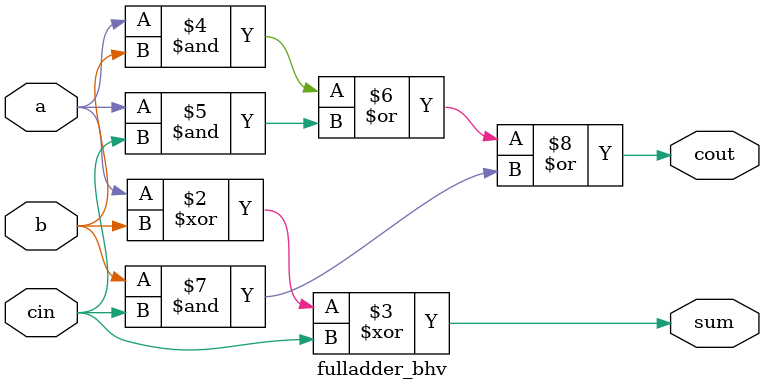
<source format=v>
module fulladder_bhv(a, b, cin, sum, cout);
    input a, b, cin;
    output reg sum, cout;

    always @(a, b, cin) begin
        sum = a ^ b ^ cin;
        cout = (a & b) | (a & cin) | (b & cin);
    end
endmodule


// cout = (a ⊕ b) ⋅ cin + a ⋅ b = (a ⋅ b)|(a ⋅ cin)|(b ⋅ cin)
</source>
